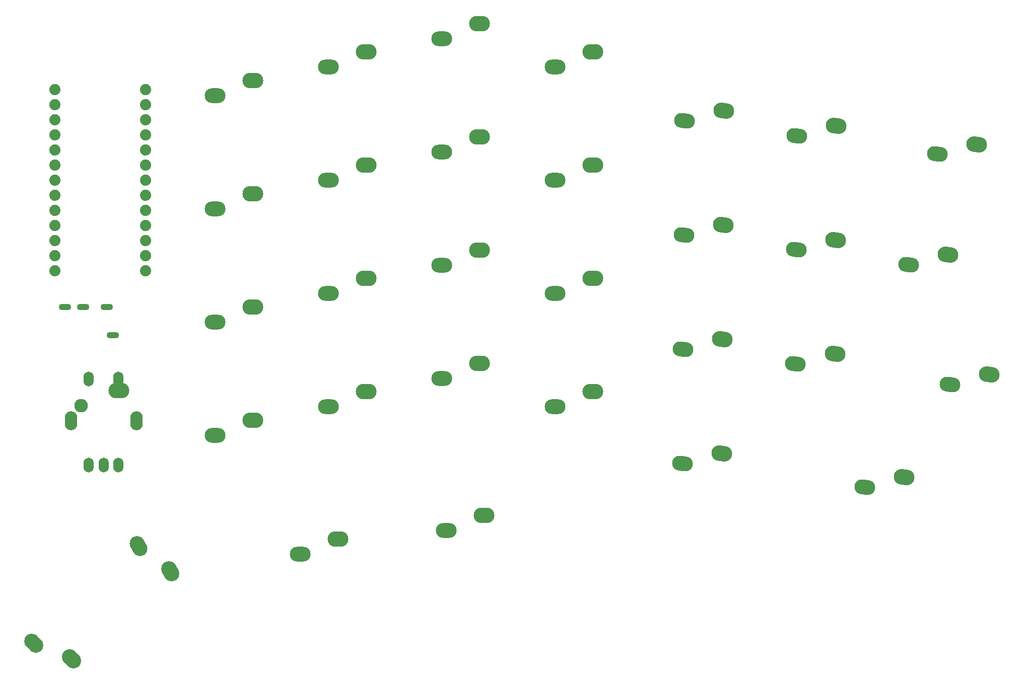
<source format=gts>
G04 Layer: TopSolderMaskLayer*
G04 EasyEDA v6.5.23, 2023-04-24 17:16:31*
G04 8c4d49fcd7fc4e44909a734d2420ee08,351801b383604bb389f78a6fc88bd684,10*
G04 Gerber Generator version 0.2*
G04 Scale: 100 percent, Rotated: No, Reflected: No *
G04 Dimensions in inches *
G04 leading zeros omitted , absolute positions ,3 integer and 6 decimal *
%FSLAX36Y36*%
%MOIN*%

%AMMACRO1*1,1,$1,$2,$3*1,1,$1,$4,$5*20,1,$1,$2,$3,$4,$5,0*%
%ADD10MACRO1,0.1024X-0.0176X0.0023X0.0176X-0.0023*%
%ADD11MACRO1,0.0985X-0.0195X0.0026X0.0195X-0.0026*%
%ADD12O,0.137858X0.098488*%
%ADD13O,0.137858X0.102425*%
%ADD14MACRO1,0.0985X-0.0098X0.017X0.0098X-0.017*%
%ADD15MACRO1,0.1024X-0.0089X0.0153X0.0089X-0.0153*%
%ADD16MACRO1,0.0985X-0.0139X0.0139X0.0139X-0.0139*%
%ADD17MACRO1,0.1024X-0.0125X0.0125X0.0125X-0.0125*%
%ADD18C,0.0900*%
%ADD19O,0.08267799999999999X0.043308*%
%ADD20O,0.066992X0.098488*%
%ADD21O,0.08274X0.12604700000000002*%
%ADD22C,0.0740*%

%LPD*%
D10*
G01*
X6287490Y1836820D03*
D11*
G01*
X6026579Y1770299D03*
D12*
G01*
X3255910Y1483499D03*
D13*
G01*
X3505910Y1583499D03*
D12*
G01*
X2289719Y1327029D03*
D13*
G01*
X2539719Y1427029D03*
D14*
G01*
X1218530Y1380109D03*
D15*
G01*
X1430129Y1213610D03*
D10*
G01*
X6767069Y4043089D03*
D11*
G01*
X6506160Y3976580D03*
D10*
G01*
X6850130Y2519210D03*
D11*
G01*
X6589209Y2452700D03*
G01*
X5576680Y4098950D03*
D10*
G01*
X5837590Y4165460D03*
D11*
G01*
X5571730Y3343129D03*
D10*
G01*
X5832649Y3409640D03*
D11*
G01*
X6315319Y3245229D03*
D10*
G01*
X6576230Y3311749D03*
D11*
G01*
X5566789Y2587310D03*
D10*
G01*
X5827700Y2653819D03*
D12*
G01*
X1725010Y2115619D03*
D13*
G01*
X1975010Y2215619D03*
D12*
G01*
X1725020Y2865610D03*
D13*
G01*
X1975010Y2965619D03*
D12*
G01*
X1725010Y3615619D03*
D13*
G01*
X1975010Y3715619D03*
D12*
G01*
X1725020Y4365619D03*
D13*
G01*
X1975010Y4465619D03*
D12*
G01*
X2475010Y2303119D03*
D13*
G01*
X2725000Y2403119D03*
D12*
G01*
X2475010Y3053119D03*
D13*
G01*
X2725020Y3153119D03*
D12*
G01*
X2475010Y3803110D03*
D13*
G01*
X2725010Y3903110D03*
D12*
G01*
X2475010Y4553119D03*
D13*
G01*
X2725010Y4653119D03*
D12*
G01*
X3225010Y2490630D03*
D13*
G01*
X3475010Y2590610D03*
D12*
G01*
X3225020Y3240610D03*
D13*
G01*
X3475010Y3340619D03*
D12*
G01*
X3225010Y3990619D03*
D13*
G01*
X3475010Y4090619D03*
D12*
G01*
X3225020Y4740619D03*
D13*
G01*
X3475020Y4840619D03*
D12*
G01*
X3975010Y2303119D03*
D13*
G01*
X4225020Y2403110D03*
D12*
G01*
X3975020Y3053110D03*
D13*
G01*
X4225010Y3153119D03*
D12*
G01*
X3975020Y3803119D03*
D13*
G01*
X4225010Y3903130D03*
D12*
G01*
X3975010Y4553119D03*
D13*
G01*
X4225020Y4653119D03*
D11*
G01*
X4818260Y1929379D03*
D10*
G01*
X5079169Y1995890D03*
D11*
G01*
X4823200Y2685200D03*
D10*
G01*
X5084119Y2751710D03*
D11*
G01*
X4828150Y3441020D03*
D10*
G01*
X5089060Y3507529D03*
D11*
G01*
X4833099Y4196840D03*
D10*
G01*
X5094010Y4263350D03*
D16*
G01*
X527150Y739270D03*
D17*
G01*
X774639Y633209D03*
D18*
G01*
X838329Y2312959D03*
D13*
G01*
X1088329Y2412959D03*
D19*
G01*
X733350Y2965630D03*
G01*
X851450Y2965630D03*
G01*
X1008940Y2965630D03*
G01*
X1048310Y2776649D03*
D20*
G01*
X889909Y1917680D03*
G01*
X1086760Y1917680D03*
G01*
X988329Y1917680D03*
G01*
X1086760Y2488539D03*
G01*
X889909Y2488539D03*
D21*
G01*
X1204870Y2212950D03*
G01*
X771800Y2212950D03*
D22*
G01*
X665639Y4406239D03*
G01*
X665630Y4306239D03*
G01*
X665639Y4206239D03*
G01*
X665639Y4106239D03*
G01*
X665630Y4006239D03*
G01*
X665639Y3906239D03*
G01*
X665630Y3806239D03*
G01*
X665639Y3706239D03*
G01*
X665639Y3606239D03*
G01*
X665630Y3506239D03*
G01*
X665639Y3406239D03*
G01*
X665630Y3306239D03*
G01*
X665630Y3206239D03*
G01*
X1265640Y3206239D03*
G01*
X1265630Y3306239D03*
G01*
X1265640Y3406239D03*
G01*
X1265630Y3506239D03*
G01*
X1265640Y3606239D03*
G01*
X1265640Y3706239D03*
G01*
X1265630Y3806239D03*
G01*
X1265640Y3906239D03*
G01*
X1265640Y4006239D03*
G01*
X1265630Y4106239D03*
G01*
X1265640Y4206239D03*
G01*
X1265630Y4306239D03*
G01*
X1265640Y4406239D03*
M02*

</source>
